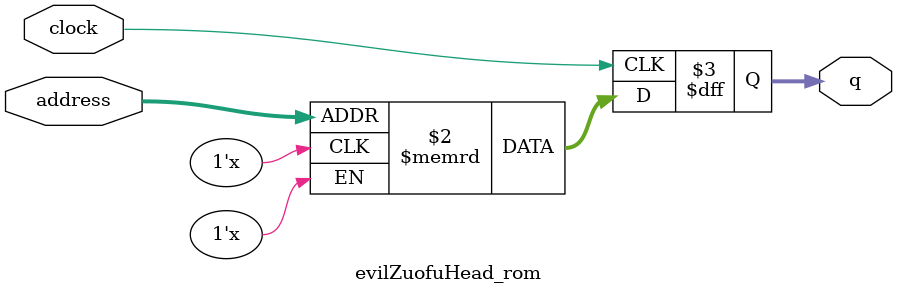
<source format=sv>
module evilZuofuHead_rom (
	input logic clock,
	input logic [10:0] address,
	output logic [2:0] q
);

logic [2:0] memory [0:1343] /* synthesis ram_init_file = "./evilZuofuHead/evilZuofuHead.COE" */;

always_ff @ (posedge clock) begin
	q <= memory[address];
end

endmodule

</source>
